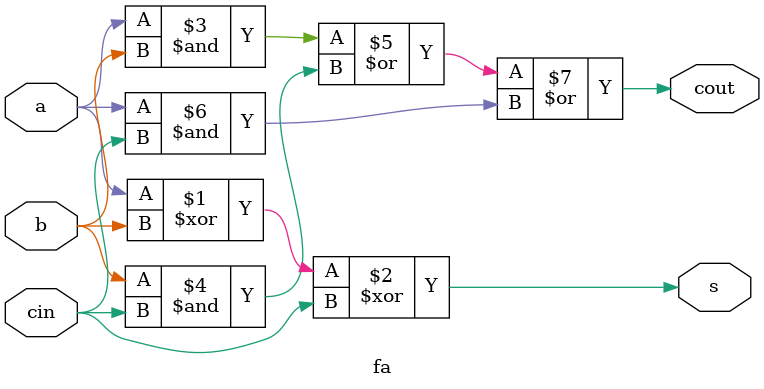
<source format=sv>

module fa(

	input a,
  	input b,
  input cin,
  	output s,
  output cout
  
);
  
  assign s = (a^b)^cin;
  assign cout = ((a&b) | (b&cin) | (a&cin));
  
endmodule
</source>
